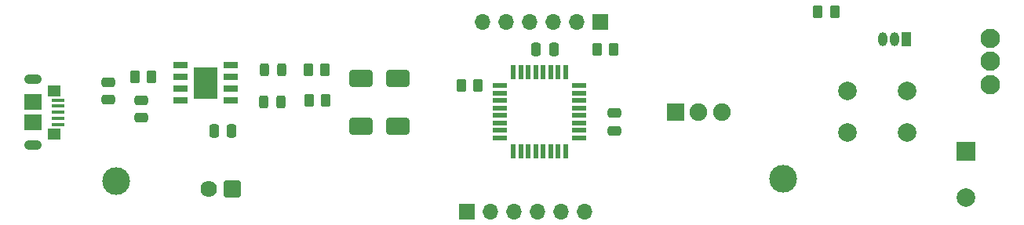
<source format=gbr>
%TF.GenerationSoftware,KiCad,Pcbnew,7.0.5*%
%TF.CreationDate,2023-10-18T15:34:20+03:00*%
%TF.ProjectId,Flashlight,466c6173-686c-4696-9768-742e6b696361,rev?*%
%TF.SameCoordinates,Original*%
%TF.FileFunction,Soldermask,Top*%
%TF.FilePolarity,Negative*%
%FSLAX46Y46*%
G04 Gerber Fmt 4.6, Leading zero omitted, Abs format (unit mm)*
G04 Created by KiCad (PCBNEW 7.0.5) date 2023-10-18 15:34:20*
%MOMM*%
%LPD*%
G01*
G04 APERTURE LIST*
G04 Aperture macros list*
%AMRoundRect*
0 Rectangle with rounded corners*
0 $1 Rounding radius*
0 $2 $3 $4 $5 $6 $7 $8 $9 X,Y pos of 4 corners*
0 Add a 4 corners polygon primitive as box body*
4,1,4,$2,$3,$4,$5,$6,$7,$8,$9,$2,$3,0*
0 Add four circle primitives for the rounded corners*
1,1,$1+$1,$2,$3*
1,1,$1+$1,$4,$5*
1,1,$1+$1,$6,$7*
1,1,$1+$1,$8,$9*
0 Add four rect primitives between the rounded corners*
20,1,$1+$1,$2,$3,$4,$5,0*
20,1,$1+$1,$4,$5,$6,$7,0*
20,1,$1+$1,$6,$7,$8,$9,0*
20,1,$1+$1,$8,$9,$2,$3,0*%
G04 Aperture macros list end*
%ADD10RoundRect,0.250000X0.262500X0.450000X-0.262500X0.450000X-0.262500X-0.450000X0.262500X-0.450000X0*%
%ADD11R,1.525000X0.700000*%
%ADD12R,2.513000X3.402000*%
%ADD13RoundRect,0.250000X-0.262500X-0.450000X0.262500X-0.450000X0.262500X0.450000X-0.262500X0.450000X0*%
%ADD14R,2.000000X2.000000*%
%ADD15C,2.000000*%
%ADD16C,2.100000*%
%ADD17RoundRect,0.250000X0.475000X-0.250000X0.475000X0.250000X-0.475000X0.250000X-0.475000X-0.250000X0*%
%ADD18R,1.900000X1.900000*%
%ADD19C,1.900000*%
%ADD20RoundRect,0.243750X-0.243750X-0.456250X0.243750X-0.456250X0.243750X0.456250X-0.243750X0.456250X0*%
%ADD21R,1.700000X1.700000*%
%ADD22O,1.700000X1.700000*%
%ADD23RoundRect,0.250000X1.000000X0.650000X-1.000000X0.650000X-1.000000X-0.650000X1.000000X-0.650000X0*%
%ADD24R,1.400000X0.400000*%
%ADD25O,1.900000X1.050000*%
%ADD26R,1.450000X1.150000*%
%ADD27R,1.900000X1.750000*%
%ADD28C,3.000000*%
%ADD29RoundRect,0.250000X-0.475000X0.250000X-0.475000X-0.250000X0.475000X-0.250000X0.475000X0.250000X0*%
%ADD30R,1.000000X1.500000*%
%ADD31O,1.000000X1.500000*%
%ADD32RoundRect,0.102000X-0.787500X-0.787500X0.787500X-0.787500X0.787500X0.787500X-0.787500X0.787500X0*%
%ADD33C,1.779000*%
%ADD34RoundRect,0.250000X0.250000X0.475000X-0.250000X0.475000X-0.250000X-0.475000X0.250000X-0.475000X0*%
%ADD35R,1.600000X0.550000*%
%ADD36R,0.550000X1.600000*%
G04 APERTURE END LIST*
D10*
%TO.C,R4*%
X131012500Y-115400000D03*
X129187500Y-115400000D03*
%TD*%
D11*
%TO.C,J2*%
X98888000Y-113195000D03*
X98888000Y-114465000D03*
X98888000Y-115735000D03*
X98888000Y-117005000D03*
X104312000Y-117005000D03*
X104312000Y-115735000D03*
X104312000Y-114465000D03*
X104312000Y-113195000D03*
D12*
X101600000Y-115100000D03*
%TD*%
D13*
%TO.C,R5*%
X143837500Y-111500000D03*
X145662500Y-111500000D03*
%TD*%
D14*
%TO.C,C6*%
X183700000Y-122500000D03*
D15*
X183700000Y-127500000D03*
%TD*%
D16*
%TO.C,J4*%
X186250000Y-115250000D03*
X186250000Y-112750000D03*
X186250000Y-110250000D03*
%TD*%
D17*
%TO.C,C4*%
X145750000Y-120250000D03*
X145750000Y-118350000D03*
%TD*%
D18*
%TO.C,S1*%
X152300000Y-118200000D03*
D19*
X154800000Y-118200000D03*
X157300000Y-118200000D03*
%TD*%
D20*
%TO.C,D2*%
X107962500Y-113700000D03*
X109837500Y-113700000D03*
%TD*%
D21*
%TO.C,J5*%
X129840000Y-129000000D03*
D22*
X132380000Y-129000000D03*
X134920000Y-129000000D03*
X137460000Y-129000000D03*
X140000000Y-129000000D03*
X142540000Y-129000000D03*
%TD*%
D17*
%TO.C,C1*%
X91100000Y-116900000D03*
X91100000Y-115000000D03*
%TD*%
D23*
%TO.C,D3*%
X122400000Y-119800000D03*
X118400000Y-119800000D03*
%TD*%
D13*
%TO.C,R6*%
X167687500Y-107400000D03*
X169512500Y-107400000D03*
%TD*%
D24*
%TO.C,J1*%
X85670000Y-116950000D03*
X85670000Y-117600000D03*
X85670000Y-118250000D03*
X85670000Y-118900000D03*
X85670000Y-119550000D03*
D25*
X83020000Y-114675000D03*
D26*
X85250000Y-115930000D03*
D27*
X83020000Y-117125000D03*
X83020000Y-119375000D03*
D26*
X85250000Y-120570000D03*
D25*
X83020000Y-121825000D03*
%TD*%
D28*
%TO.C,H2*%
X163900000Y-125400000D03*
%TD*%
D29*
%TO.C,C2*%
X94700000Y-116950000D03*
X94700000Y-118850000D03*
%TD*%
D28*
%TO.C,H1*%
X92000000Y-125700000D03*
%TD*%
D10*
%TO.C,R2*%
X114612500Y-117000000D03*
X112787500Y-117000000D03*
%TD*%
D30*
%TO.C,Q1*%
X177220000Y-110400000D03*
D31*
X175950000Y-110400000D03*
X174680000Y-110400000D03*
%TD*%
D10*
%TO.C,R1*%
X95812500Y-114400000D03*
X93987500Y-114400000D03*
%TD*%
%TO.C,R3*%
X114512500Y-113700000D03*
X112687500Y-113700000D03*
%TD*%
D21*
%TO.C,J6*%
X144250000Y-108500000D03*
D22*
X141710000Y-108500000D03*
X139170000Y-108500000D03*
X136630000Y-108500000D03*
X134090000Y-108500000D03*
X131550000Y-108500000D03*
%TD*%
D15*
%TO.C,SW1*%
X170850000Y-115950000D03*
X177350000Y-115950000D03*
X170850000Y-120450000D03*
X177350000Y-120450000D03*
%TD*%
D20*
%TO.C,D1*%
X107862500Y-117100000D03*
X109737500Y-117100000D03*
%TD*%
D32*
%TO.C,J3*%
X104500000Y-126500000D03*
D33*
X102000000Y-126500000D03*
%TD*%
D34*
%TO.C,C3*%
X104450000Y-120250000D03*
X102550000Y-120250000D03*
%TD*%
D35*
%TO.C,U1*%
X133400000Y-115400000D03*
X133400000Y-116200000D03*
X133400000Y-117000000D03*
X133400000Y-117800000D03*
X133400000Y-118600000D03*
X133400000Y-119400000D03*
X133400000Y-120200000D03*
X133400000Y-121000000D03*
D36*
X134850000Y-122450000D03*
X135650000Y-122450000D03*
X136450000Y-122450000D03*
X137250000Y-122450000D03*
X138050000Y-122450000D03*
X138850000Y-122450000D03*
X139650000Y-122450000D03*
X140450000Y-122450000D03*
D35*
X141900000Y-121000000D03*
X141900000Y-120200000D03*
X141900000Y-119400000D03*
X141900000Y-118600000D03*
X141900000Y-117800000D03*
X141900000Y-117000000D03*
X141900000Y-116200000D03*
X141900000Y-115400000D03*
D36*
X140450000Y-113950000D03*
X139650000Y-113950000D03*
X138850000Y-113950000D03*
X138050000Y-113950000D03*
X137250000Y-113950000D03*
X136450000Y-113950000D03*
X135650000Y-113950000D03*
X134850000Y-113950000D03*
%TD*%
D34*
%TO.C,C5*%
X139200000Y-111500000D03*
X137300000Y-111500000D03*
%TD*%
D23*
%TO.C,D4*%
X122400000Y-114600000D03*
X118400000Y-114600000D03*
%TD*%
M02*

</source>
